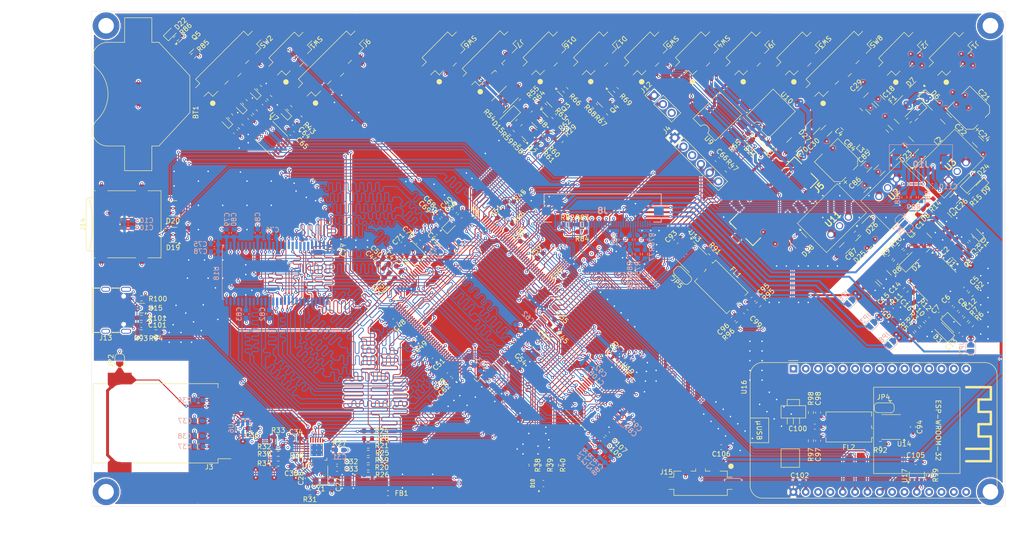
<source format=kicad_pcb>
(kicad_pcb
	(version 20241229)
	(generator "pcbnew")
	(generator_version "9.0")
	(general
		(thickness 1.6238)
		(legacy_teardrops no)
	)
	(paper "A4")
	(layers
		(0 "F.Cu" signal)
		(4 "In1.Cu" power)
		(6 "In2.Cu" power)
		(2 "B.Cu" signal)
		(9 "F.Adhes" user "F.Adhesive")
		(11 "B.Adhes" user "B.Adhesive")
		(13 "F.Paste" user)
		(15 "B.Paste" user)
		(5 "F.SilkS" user "F.Silkscreen")
		(7 "B.SilkS" user "B.Silkscreen")
		(1 "F.Mask" user)
		(3 "B.Mask" user)
		(17 "Dwgs.User" user "User.Drawings")
		(19 "Cmts.User" user "User.Comments")
		(21 "Eco1.User" user "User.Eco1")
		(23 "Eco2.User" user "User.Eco2")
		(25 "Edge.Cuts" user)
		(27 "Margin" user)
		(31 "F.CrtYd" user "F.Courtyard")
		(29 "B.CrtYd" user "B.Courtyard")
		(35 "F.Fab" user)
		(33 "B.Fab" user)
		(39 "User.1" user)
		(41 "User.2" user)
		(43 "User.3" user)
		(45 "User.4" user)
		(47 "User.5" user)
		(49 "User.6" user)
		(51 "User.7" user)
		(53 "User.8" user)
		(55 "User.9" user)
	)
	(setup
		(stackup
			(layer "F.SilkS"
				(type "Top Silk Screen")
			)
			(layer "F.Paste"
				(type "Top Solder Paste")
			)
			(layer "F.Mask"
				(type "Top Solder Mask")
				(thickness 0.01)
			)
			(layer "F.Cu"
				(type "copper")
				(thickness 0.035)
			)
			(layer "dielectric 1"
				(type "prepreg")
				(thickness 0.0994)
				(material "FR4")
				(epsilon_r 4.1)
				(loss_tangent 0.02)
			)
			(layer "In1.Cu"
				(type "copper")
				(thickness 0.035)
			)
			(layer "dielectric 2"
				(type "core")
				(thickness 1.265)
				(material "FR4")
				(epsilon_r 4.5)
				(loss_tangent 0.02)
			)
			(layer "In2.Cu"
				(type "copper")
				(thickness 0.035)
			)
			(layer "dielectric 3"
				(type "prepreg")
				(thickness 0.0994)
				(material "FR4")
				(epsilon_r 4.1)
				(loss_tangent 0.02)
			)
			(layer "B.Cu"
				(type "copper")
				(thickness 0.035)
			)
			(layer "B.Mask"
				(type "Bottom Solder Mask")
				(thickness 0.01)
			)
			(layer "B.Paste"
				(type "Bottom Solder Paste")
			)
			(layer "B.SilkS"
				(type "Bottom Silk Screen")
			)
			(copper_finish "None")
			(dielectric_constraints yes)
		)
		(pad_to_mask_clearance 0)
		(allow_soldermask_bridges_in_footprints no)
		(tenting front back)
		(pcbplotparams
			(layerselection 0x00000000_00000000_55555555_5755f5ff)
			(plot_on_all_layers_selection 0x00000000_00000000_00000000_00000000)
			(disableapertmacros no)
			(usegerberextensions no)
			(usegerberattributes yes)
			(usegerberadvancedattributes yes)
			(creategerberjobfile yes)
			(dashed_line_dash_ratio 12.000000)
			(dashed_line_gap_ratio 3.000000)
			(svgprecision 4)
			(plotframeref no)
			(mode 1)
			(useauxorigin no)
			(hpglpennumber 1)
			(hpglpenspeed 20)
			(hpglpendiameter 15.000000)
			(pdf_front_fp_property_popups yes)
			(pdf_back_fp_property_popups yes)
			(pdf_metadata yes)
			(pdf_single_document no)
			(dxfpolygonmode yes)
			(dxfimperialunits yes)
			(dxfusepcbnewfont yes)
			(psnegative no)
			(psa4output no)
			(plot_black_and_white yes)
			(plotinvisibletext no)
			(sketchpadsonfab no)
			(plotpadnumbers no)
			(hidednponfab no)
			(sketchdnponfab yes)
			(crossoutdnponfab yes)
			(subtractmaskfromsilk no)
			(outputformat 1)
			(mirror no)
			(drillshape 0)
			(scaleselection 1)
			(outputdirectory "Gerber/")
		)
	)
	(net 0 "")
	(net 1 "+3V3_FER")
	(net 2 "Earth")
	(net 3 "/Ethernet/LED_G")
	(net 4 "/Ethernet/LED_Y")
	(net 5 "GND")
	(net 6 "+3V3")
	(net 7 "+5V")
	(net 8 "/Power/3V3_Display")
	(net 9 "Net-(C5-Pad2)")
	(net 10 "Net-(U1-COMP)")
	(net 11 "Net-(U1-C1+)")
	(net 12 "Net-(U1-C1-)")
	(net 13 "Net-(U1-C2+)")
	(net 14 "Net-(U1-C2-)")
	(net 15 "Net-(U1-DRV)")
	(net 16 "Net-(U1-FB1)")
	(net 17 "Net-(U1-REF)")
	(net 18 "Net-(U1-VCOMIN)")
	(net 19 "+24V")
	(net 20 "Net-(U3-VI)")
	(net 21 "Net-(U2-VI)")
	(net 22 "/Peripherals/V_{ref2}")
	(net 23 "Net-(D1-A)")
	(net 24 "Net-(D15-K)")
	(net 25 "/IEC_Charging_Circuit/CP")
	(net 26 "/IEC_Charging_Circuit/PP")
	(net 27 "/Core/EV_Start_Charging")
	(net 28 "/Display/LCD_VGL")
	(net 29 "Net-(Q1-B)")
	(net 30 "Net-(Q2-G)")
	(net 31 "Net-(U1-FB3)")
	(net 32 "Net-(U1-FB2)")
	(net 33 "/IEC_Charging_Circuit/PWM_SENSE")
	(net 34 "/Core/Charging_Point_PWM")
	(net 35 "/Core/~{IMD_Error_LED}")
	(net 36 "/SDRAM/D9")
	(net 37 "/SDRAM/A11")
	(net 38 "/Core/~{AMS_Error_LED}")
	(net 39 "/SDRAM/D0")
	(net 40 "unconnected-(U4B-PC13-Pad8)")
	(net 41 "unconnected-(U4B-PD4-Pad146)")
	(net 42 "/Core/PCAP_RST")
	(net 43 "/Display/B5")
	(net 44 "unconnected-(U4B-PD13-Pad101)")
	(net 45 "/SDRAM/D14")
	(net 46 "/SDRAM/D2")
	(net 47 "/SDRAM/D4")
	(net 48 "/Core/OSC_in")
	(net 49 "/Core/SWCLK")
	(net 50 "unconnected-(U4B-PG3-Pad107)")
	(net 51 "/Display/R2")
	(net 52 "/SDRAM/A3")
	(net 53 "/SDRAM/D13")
	(net 54 "/Core/LCD_Reset")
	(net 55 "/Display/R0")
	(net 56 "/SDRAM/A2")
	(net 57 "/Display/R7")
	(net 58 "/Display/B4")
	(net 59 "/Core/AMS_Reset_in")
	(net 60 "/Core/AMS_Reset_out")
	(net 61 "/Core/SDC_out")
	(net 62 "/SDRAM/A0")
	(net 63 "unconnected-(U4B-PF8-Pad26)")
	(net 64 "/SDRAM/SDNE0")
	(net 65 "/Core/SWDIO")
	(net 66 "/SDRAM/A10")
	(net 67 "unconnected-(U4B-PH15-Pad130)")
	(net 68 "/Display/G0")
	(net 69 "/SDRAM/BA0")
	(net 70 "/Ethernet/RMII_TX_EN")
	(net 71 "/Core/NRST")
	(net 72 "/SDRAM/D12")
	(net 73 "/SDRAM/NBL0")
	(net 74 "/Display/B0")
	(net 75 "/Core/RMII_nRST")
	(net 76 "/Display/G2")
	(net 77 "/Display/R1")
	(net 78 "unconnected-(U4B-PI9-Pad11)")
	(net 79 "/SDRAM/SDNWE")
	(net 80 "/Ethernet/RMII_RXD1")
	(net 81 "/SDRAM/A9")
	(net 82 "/SDRAM/D11")
	(net 83 "unconnected-(U4B-PH12-Pad89)")
	(net 84 "/Display/DE")
	(net 85 "/Display/G3")
	(net 86 "/Display/CLK")
	(net 87 "/Peripherals/USART_RX")
	(net 88 "unconnected-(U4B-PD3-Pad145)")
	(net 89 "unconnected-(U4B-PI3-Pad134)")
	(net 90 "/Peripherals/USB_OTG_VBUS")
	(net 91 "/SDRAM/A4")
	(net 92 "/Display/B3")
	(net 93 "/Peripherals/SDMMC_D0")
	(net 94 "/SDRAM/D15")
	(net 95 "/SDRAM/D3")
	(net 96 "/Display/G4")
	(net 97 "/SDRAM/A7")
	(net 98 "unconnected-(U4E-PG2-Pad106)")
	(net 99 "Net-(U4F-BOOT0)")
	(net 100 "unconnected-(U4B-PD7-Pad151)")
	(net 101 "/Display/G7")
	(net 102 "/Core/LED_B")
	(net 103 "/Ethernet/RMII_MDIO")
	(net 104 "/Display/G1")
	(net 105 "/Display/R6")
	(net 106 "/SDRAM/D6")
	(net 107 "/SDRAM/A1")
	(net 108 "/SDRAM/D8")
	(net 109 "/Display/B6")
	(net 110 "/Display/R4")
	(net 111 "/Core/OSC_out")
	(net 112 "unconnected-(U4B-PF6-Pad24)")
	(net 113 "/SDRAM/A5")
	(net 114 "/Display/G6")
	(net 115 "/Peripherals/ESP_RX")
	(net 116 "unconnected-(U4B-PF9-Pad27)")
	(net 117 "/Display/G5")
	(net 118 "/Core/LED_G")
	(net 119 "/Display/R5")
	(net 120 "unconnected-(U4B-PF7-Pad25)")
	(net 121 "/Ethernet/RMII_TXD1")
	(net 122 "/SDRAM/D5")
	(net 123 "/Peripherals/SDMMC_CMD")
	(net 124 "/SDRAM/D1")
	(net 125 "Net-(U4A-VREF+)")
	(net 126 "/Display/B1")
	(net 127 "/Display/B7")
	(net 128 "unconnected-(U4B-PD11-Pad99)")
	(net 129 "/Ethernet/RMII_MDC")
	(net 130 "unconnected-(U4B-PD12-Pad100)")
	(net 131 "/Core/OSC32_in")
	(net 132 "/SDRAM/SDCLK")
	(net 133 "/Peripherals/USART_TX")
	(net 134 "unconnected-(U4B-PA10-Pad121)")
	(net 135 "/Core/LED_R")
	(net 136 "/SDRAM/SDCKE0")
	(net 137 "/Ethernet/RMII_RXD0")
	(net 138 "unconnected-(U4B-PH11-Pad88)")
	(net 139 "/Ethernet/RMII_CRS_DV")
	(net 140 "/Core/TRACESWO")
	(net 141 "/Display/HSYNC")
	(net 142 "/Ethernet/RMII_TXD0")
	(net 143 "/SDRAM/D10")
	(net 144 "/SDRAM/SDNCAS")
	(net 145 "/Display/R3")
	(net 146 "/Core/OSC32_out")
	(net 147 "/Display/VSYNC")
	(net 148 "/SDRAM/D7")
	(net 149 "unconnected-(U4B-PG9-Pad152)")
	(net 150 "/SDRAM/BA1")
	(net 151 "/SDRAM/SDNRAS")
	(net 152 "/SDRAM/A6")
	(net 153 "/SDRAM/NBL1")
	(net 154 "/Display/B2")
	(net 155 "/Ethernet/RMII_REF_CLK")
	(net 156 "/SDRAM/A8")
	(net 157 "unconnected-(U4B-PB2-Pad58)")
	(net 158 "/Ethernet/XTAL2")
	(net 159 "/Ethernet/XTAL1")
	(net 160 "/Peripherals/ESP_TX")
	(net 161 "/Peripherals/STM_CAN_TX")
	(net 162 "/Peripherals/STM_CAN_RX")
	(net 163 "/Peripherals/SDMMC_CK")
	(net 164 "/Peripherals/ESP_CAN_RX")
	(net 165 "/SDC_and_SCS/RSD_in")
	(net 166 "/SDC_and_SCS/RSD_out")
	(net 167 "/Peripherals/ESP_CAN_TX")
	(net 168 "/Display/LCD_VGH")
	(net 169 "Net-(D5-A)")
	(net 170 "Net-(D9-A)")
	(net 171 "/Core/SDC_in")
	(net 172 "Net-(Q3-G)")
	(net 173 "Net-(Q4-G)")
	(net 174 "/Core/SDC_enable")
	(net 175 "/Display/I2C_SDA")
	(net 176 "/Display/I2C_SCL")
	(net 177 "/Display/LCD_SELB")
	(net 178 "VDD")
	(net 179 "/Display/LCD_STBYB")
	(net 180 "Net-(J1-Pin_1)")
	(net 181 "/Display/LCD_U{slash}D")
	(net 182 "/Display/LCD_L{slash}R")
	(net 183 "/Display/RXIN0-")
	(net 184 "/Display/RXCLKIN+")
	(net 185 "/Display/RXIN0+")
	(net 186 "/Display/RXIN2-")
	(net 187 "/Display/RXIN1-")
	(net 188 "/Display/RXIN2+")
	(net 189 "/Display/RXIN3+")
	(net 190 "/Display/RXIN3-")
	(net 191 "/Display/RXIN1+")
	(net 192 "/Display/RXCLKIN-")
	(net 193 "Net-(J2-Pin_1)")
	(net 194 "Net-(U4F-PDR_ON)")
	(net 195 "/Peripherals/SDMMC_D1")
	(net 196 "/Peripherals/SDMMC_D2")
	(net 197 "/Peripherals/SDMMC_D3")
	(net 198 "/Core/SDC_Voltage")
	(net 199 "/Core/TSAL_Green")
	(net 200 "/Core/TS_on")
	(net 201 "/Peripherals/USB_OTG_DP")
	(net 202 "/Peripherals/USB_OTG_DN")
	(net 203 "/Peripherals/D-")
	(net 204 "/Peripherals/D+")
	(net 205 "/Core/PCAP_Int")
	(net 206 "/Display/LCD_VDD")
	(net 207 "/Core/Encoder_push")
	(net 208 "/Core/Encoder_A")
	(net 209 "/Core/Encoder_B")
	(net 210 "/Ethernet/RXN")
	(net 211 "/Ethernet/TXN")
	(net 212 "/Ethernet/RXP")
	(net 213 "/Ethernet/TXP")
	(net 214 "/Core/SDC_on")
	(net 215 "/Core/EncB_on")
	(net 216 "/Core/EncPush_on")
	(net 217 "/Core/EncA_on")
	(net 218 "Net-(D16-A)")
	(net 219 "Net-(D16-K)")
	(net 220 "Net-(D17-K)")
	(net 221 "Net-(D17-A)")
	(net 222 "/Display/LCD_AVDD")
	(net 223 "/Display/VCOM")
	(net 224 "Net-(D7-K)")
	(net 225 "unconnected-(U4B-PH9-Pad86)")
	(net 226 "unconnected-(U4B-PH6-Pad83)")
	(net 227 "unconnected-(U4B-PH7-Pad84)")
	(net 228 "Net-(D3-A)")
	(net 229 "Net-(J13-CC2)")
	(net 230 "Net-(U5-VDDCR)")
	(net 231 "Net-(C39-Pad1)")
	(net 232 "Net-(C45-Pad1)")
	(net 233 "Net-(D11-K)")
	(net 234 "Net-(D12-K)")
	(net 235 "Net-(D13-K)")
	(net 236 "Net-(D14-K)")
	(net 237 "Net-(U15-VBUS)")
	(net 238 "Net-(D2-A)")
	(net 239 "Net-(D8-A)")
	(net 240 "Net-(D10-BK)")
	(net 241 "Net-(D10-GK)")
	(net 242 "Net-(D10-RK)")
	(net 243 "Net-(D11-A)")
	(net 244 "Net-(U13-CANH)")
	(net 245 "Net-(U13-CANL)")
	(net 246 "Net-(U14-CANH)")
	(net 247 "Net-(U14-CANL)")
	(net 248 "Net-(J3-Pad11)")
	(net 249 "Net-(J3-Pad2)")
	(net 250 "unconnected-(J3-NC-Pad9)")
	(net 251 "Net-(J5-Pin_2)")
	(net 252 "Net-(J13-CC1)")
	(net 253 "unconnected-(J13-SBU2-PadB8)")
	(net 254 "unconnected-(J13-SBU1-PadA8)")
	(net 255 "Net-(Q2-D)")
	(net 256 "Net-(R29-Pad1)")
	(net 257 "Net-(J15-Pin_2)")
	(net 258 "Net-(JP4-C)")
	(net 259 "Net-(JP5-C)")
	(net 260 "Net-(R3-Pad2)")
	(net 261 "Net-(R8-Pad2)")
	(net 262 "/Peripherals/V_{ref1}")
	(net 263 "Net-(U5-RXD0{slash}MODE0)")
	(net 264 "Net-(U5-RXD1{slash}MODE1)")
	(net 265 "Net-(U5-CRS_DV{slash}MODE2)")
	(net 266 "Net-(U5-~{INT}{slash}REFCLKO)")
	(net 267 "Net-(U5-RXER{slash}PHYAD0)")
	(net 268 "Net-(U5-RBIAS)")
	(net 269 "Net-(U8--)")
	(net 270 "Net-(R65-Pad1)")
	(net 271 "Net-(R70-Pad2)")
	(net 272 "V_{In}")
	(net 273 "Net-(R75-Pad2)")
	(net 274 "Net-(U13-Rs)")
	(net 275 "Net-(U14-Rs)")
	(net 276 "Net-(U16-D21)")
	(net 277 "unconnected-(U7-Pad12)")
	(net 278 "unconnected-(U7-Pad10)")
	(net 279 "unconnected-(U9-Pad3)")
	(net 280 "unconnected-(U10-Pad3)")
	(net 281 "unconnected-(U10-Pad5)")
	(net 282 "unconnected-(U16-D26-Pad7)")
	(net 283 "unconnected-(U16-D2-Pad27)")
	(net 284 "unconnected-(U16-VIN-Pad1)")
	(net 285 "unconnected-(U16-D34-Pad12)")
	(net 286 "unconnected-(U16-D39{slash}VN-Pad13)")
	(net 287 "unconnected-(U16-D19-Pad21)")
	(net 288 "unconnected-(U16-D36{slash}VP-Pad14)")
	(net 289 "unconnected-(U16-TX0{slash}D1-Pad18)")
	(net 290 "unconnected-(U16-D14-Pad5)")
	(net 291 "unconnected-(U16-D25-Pad8)")
	(net 292 "unconnected-(U16-D15-Pad28)")
	(net 293 "unconnected-(U16-D13-Pad3)")
	(net 294 "unconnected-(U16-D23-Pad16)")
	(net 295 "unconnected-(U16-D27-Pad6)")
	(net 296 "unconnected-(U16-EN-Pad15)")
	(net 297 "unconnected-(U16-D33-Pad9)")
	(net 298 "unconnected-(U16-D22-Pad17)")
	(net 299 "unconnected-(U16-D35-Pad11)")
	(net 300 "unconnected-(U16-D18-Pad22)")
	(net 301 "unconnected-(U16-D12-Pad4)")
	(net 302 "unconnected-(U16-D32-Pad10)")
	(net 303 "unconnected-(U16-RX0{slash}D3-Pad19)")
	(net 304 "unconnected-(U17-NC-Pad1)")
	(net 305 "Net-(BT1-+)")
	(net 306 "VBAT")
	(net 307 "Net-(D22-A)")
	(net 308 "Net-(Q5-G)")
	(net 309 "unconnected-(U18-NC-Pad40)")
	(net 310 "unconnected-(U18-NC-Pad36)")
	(net 311 "Net-(U11-VI)")
	(net 312 "Net-(D25-K)")
	(net 313 "Net-(D26-A)")
	(net 314 "+12V")
	(net 315 "unconnected-(J8-Pin_37-Pad37)")
	(net 316 "unconnected-(J8-Pin_23-Pad23)")
	(net 317 "unconnected-(J8-Pin_26-Pad26)")
	(net 318 "Net-(J8-Pin_35)")
	(net 319 "unconnected-(J8-Pin_27-Pad27)")
	(net 320 "unconnected-(J8-Pin_24-Pad24)")
	(net 321 "Net-(J8-Pin_38)")
	(net 322 "unconnected-(J8-Pin_4-Pad4)")
	(net 323 "Net-(J8-Pin_29)")
	(net 324 "Net-(J8-Pin_1)")
	(net 325 "unconnected-(J8-Pin_36-Pad36)")
	(net 326 "Net-(U19-CLKSEL)")
	(net 327 "Net-(U19-~{SHTDN})")
	(net 328 "Net-(R76-Pad2)")
	(net 329 "/Core/CAN+")
	(net 330 "/Core/CAN-")
	(footprint "Capacitor_SMD:C_1206_3216Metric" (layer "F.Cu") (at 218.05 68.997055 -45))
	(footprint "Capacitor_SMD:C_0603_1608Metric" (layer "F.Cu") (at 217.599138 91.659104 45))
	(footprint "Package_SO:SOIC-8_3.9x4.9mm_P1.27mm" (layer "F.Cu") (at 214.55 127.660001 180))
	(footprint "Resistor_SMD:R_0603_1608Metric" (layer "F.Cu") (at 106.95 137.5))
	(footprint "Capacitor_SMD:C_0603_1608Metric" (layer "F.Cu") (at 158.3 112.25 45))
	(footprint "Capacitor_SMD:C_1206_3216Metric" (layer "F.Cu") (at 232.45 68.897055 -45))
	(footprint "Capacitor_SMD:C_0603_1608Metric" (layer "F.Cu") (at 91.3 67.197055 135))
	(footprint "Package_TO_SOT_SMD:SOT-23" (layer "F.Cu") (at 69.49055 49.123915 45))
	(footprint "Capacitor_SMD:C_0603_1608Metric" (layer "F.Cu") (at 218.670709 101.512049 -45))
	(footprint "Charger:ESP32-WROOM-32-DevKit-30Pin" (layer "F.Cu") (at 194.45 115.650001 -90))
	(footprint "LED_SMD:LED_0603_1608Metric" (layer "F.Cu") (at 66.35 46.55 45))
	(footprint "Inductor_SMD:L_Wuerth_WE-PD2-Typ-MS" (layer "F.Cu") (at 211.8 68.697055 -45))
	(footprint "Package_TO_SOT_SMD:SOT-23-3" (layer "F.Cu") (at 155.728751 60.125806 -45))
	(footprint "Resistor_SMD:R_0603_1608Metric" (layer "F.Cu") (at 88.425 131.675 180))
	(footprint "Package_DIP:SMDIP-6_W9.53mm" (layer "F.Cu") (at 178.828751 63.675806 135))
	(footprint "FaSTTUBe_connectors:Micro_Mate-N-Lok_2p_vertical" (layer "F.Cu") (at 226.8 50.8 -135))
	(footprint "Resistor_SMD:R_0603_1608Metric" (layer "F.Cu") (at 187.260986 102.407037 45))
	(footprint "Resistor_SMD:R_0603_1608Metric" (layer "F.Cu") (at 60.2725 101.16 180))
	(footprint "Diode_SMD:D_SOD-123" (layer "F.Cu") (at 222.6 60.547055 -45))
	(footprint "Package_SO:TSSOP-56_6.1x14mm_P0.5mm" (layer "F.Cu") (at 154.773231 121.177037 -45))
	(footprint "Inductor_SMD:L_0603_1608Metric" (layer "F.Cu") (at 111 141.3 180))
	(footprint "Resistor_SMD:R_0603_1608Metric" (layer "F.Cu") (at 60.2475 108.16))
	(footprint "Inductor_SMD:L_Wuerth_WE-PD2-Typ-MS" (layer "F.Cu") (at 221.75 66.297055 45))
	(footprint "LED_SMD:LED_0603_1608Metric" (layer "F.Cu") (at 220.356847 62.390208 -135))
	(footprint "Capacitor_SMD:CP_Elec_6.3x7.7" (layer "F.Cu") (at 230.75 62.247055 135))
	(footprint "Capacitor_SMD:C_0603_1608Metric"
		(layer "F.Cu")
		(uuid "1d844bf8-48e4-4879-b840-b8f1bbda8b2e")
		(at 199.55 124.685001 90)
		(descr "Capacitor SMD 0603 (1608 Metric), square (rectangular) end terminal, IPC_7351 nominal, (Body size source: IPC-SM-782 page 76, https://www.pcb-3d.com/wordpress/wp-content/uploads/ipc-sm-782a_amendment_1_and_2.pdf), generated with kicad-footprint-generator")
		(tags "capacitor")
		(property "Reference" "C98"
			(at 2.890001 0 90)
			(layer "F.SilkS")
			(uuid "d5c71e0f-6198-475f-aa28-d888e2e68b9b")
			(effects
				(font
					(size 1 1)
					(thickness 0.15)
				)
			)
		)
		(property "Value" "100p"
			(at 0 1.43 90)
			(layer "F.Fab")
			(uuid "67249af2-27f7-4ffb-82ba-0f26a698a57b")
			(effects
				(font
					(size 1 1)
					(thickness 0.15)
				)
			)
		)
		(property "Datasheet" ""
			(at 0 0 90)
			(unlocked yes)
			(layer "F.Fab")
			(hide yes)
			(uuid "0a19e9b6-763f-4913-92f2-02681f2d5ef2")
			(effects
				(font
					(size 1.27 1.27)
					(thickness 0.15)
				)
			)
		)
		(property "Description" "Unpolarized capacitor, small symbol"
			(at 0 0 90)
			(unlocked yes)

... [9199539 chars truncated]
</source>
